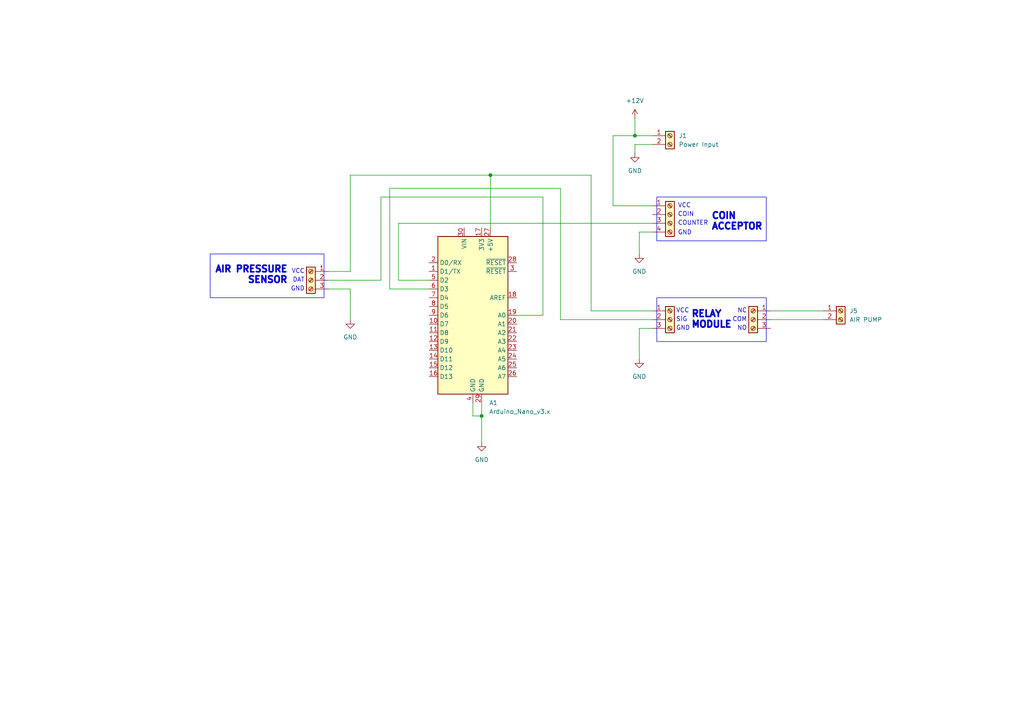
<source format=kicad_sch>
(kicad_sch (version 20250114) (generator "eeschema") (generator_version "9.0")
  (paper "A4")
  (lib_symbols
    (symbol "Connector:Screw_Terminal_01x02" (pin_names (offset 1.016) (hide yes))
      (property "Reference" "J" (at 0 2.54 0))
      (property "Value" "Screw_Terminal_01x02" (at 0 -5.08 0))
      (symbol "Screw_Terminal_01x02_1_1"
        (rectangle (start -1.27 1.27) (end 1.27 -3.81) (stroke (width 0.254)) (fill (type background)))
        (polyline (pts (xy -0.5334 0.3302) (xy 0.3302 -0.508)) (stroke (width 0.1524)))
        (polyline (pts (xy -0.5334 -2.2098) (xy 0.3302 -3.048)) (stroke (width 0.1524)))
        (polyline (pts (xy -0.3556 0.508) (xy 0.508 -0.3302)) (stroke (width 0.1524)))
        (polyline (pts (xy -0.3556 -2.032) (xy 0.508 -2.8702)) (stroke (width 0.1524)))
        (circle (center 0 0) (radius 0.635) (stroke (width 0.1524)))
        (circle (center 0 -2.54) (radius 0.635) (stroke (width 0.1524)))
        (pin passive line (at -5.08 0 0) (length 3.81) (name "Pin_1") (number "1"))
        (pin passive line (at -5.08 -2.54 0) (length 3.81) (name "Pin_2") (number "2"))
      )
    )
    (symbol "Connector:Screw_Terminal_01x03" (pin_names (offset 1.016) (hide yes))
      (property "Reference" "J" (at 0 5.08 0))
      (property "Value" "Screw_Terminal_01x03" (at 0 -5.08 0))
      (symbol "Screw_Terminal_01x03_1_1"
        (rectangle (start -1.27 3.81) (end 1.27 -3.81) (stroke (width 0.254)) (fill (type background)))
        (polyline (pts (xy -0.5334 2.8702) (xy 0.3302 2.032)) (stroke (width 0.1524)))
        (polyline (pts (xy -0.5334 0.3302) (xy 0.3302 -0.508)) (stroke (width 0.1524)))
        (polyline (pts (xy -0.5334 -2.2098) (xy 0.3302 -3.048)) (stroke (width 0.1524)))
        (polyline (pts (xy -0.3556 3.048) (xy 0.508 2.2098)) (stroke (width 0.1524)))
        (polyline (pts (xy -0.3556 0.508) (xy 0.508 -0.3302)) (stroke (width 0.1524)))
        (polyline (pts (xy -0.3556 -2.032) (xy 0.508 -2.8702)) (stroke (width 0.1524)))
        (circle (center 0 2.54) (radius 0.635) (stroke (width 0.1524)))
        (circle (center 0 0) (radius 0.635) (stroke (width 0.1524)))
        (circle (center 0 -2.54) (radius 0.635) (stroke (width 0.1524)))
        (pin passive line (at -5.08 2.54 0) (length 3.81) (name "Pin_1") (number "1"))
        (pin passive line (at -5.08 0 0) (length 3.81) (name "Pin_2") (number "2"))
        (pin passive line (at -5.08 -2.54 0) (length 3.81) (name "Pin_3") (number "3"))
      )
    )
    (symbol "Connector:Screw_Terminal_01x04" (pin_names (offset 1.016) (hide yes))
      (property "Reference" "J" (at 0 5.08 0))
      (property "Value" "Screw_Terminal_01x04" (at 0 -7.62 0))
      (symbol "Screw_Terminal_01x04_1_1"
        (rectangle (start -1.27 3.81) (end 1.27 -6.35) (stroke (width 0.254)) (fill (type background)))
        (polyline (pts (xy -0.5334 2.8702) (xy 0.3302 2.032)) (stroke (width 0.1524)))
        (polyline (pts (xy -0.5334 0.3302) (xy 0.3302 -0.508)) (stroke (width 0.1524)))
        (polyline (pts (xy -0.5334 -2.2098) (xy 0.3302 -3.048)) (stroke (width 0.1524)))
        (polyline (pts (xy -0.5334 -4.7498) (xy 0.3302 -5.588)) (stroke (width 0.1524)))
        (polyline (pts (xy -0.3556 3.048) (xy 0.508 2.2098)) (stroke (width 0.1524)))
        (polyline (pts (xy -0.3556 0.508) (xy 0.508 -0.3302)) (stroke (width 0.1524)))
        (polyline (pts (xy -0.3556 -2.032) (xy 0.508 -2.8702)) (stroke (width 0.1524)))
        (polyline (pts (xy -0.3556 -4.572) (xy 0.508 -5.4102)) (stroke (width 0.1524)))
        (circle (center 0 2.54) (radius 0.635) (stroke (width 0.1524)))
        (circle (center 0 0) (radius 0.635) (stroke (width 0.1524)))
        (circle (center 0 -2.54) (radius 0.635) (stroke (width 0.1524)))
        (circle (center 0 -5.08) (radius 0.635) (stroke (width 0.1524)))
        (pin passive line (at -5.08 2.54 0) (length 3.81) (name "Pin_1") (number "1"))
        (pin passive line (at -5.08 0 0) (length 3.81) (name "Pin_2") (number "2"))
        (pin passive line (at -5.08 -2.54 0) (length 3.81) (name "Pin_3") (number "3"))
        (pin passive line (at -5.08 -5.08 0) (length 3.81) (name "Pin_4") (number "4"))
      )
    )
    (symbol "MCU_Module:Arduino_Nano_v3.x"
      (property "Reference" "A" (at -10.16 23.495 0))
      (property "Value" "Arduino_Nano_v3.x" (at 5.08 -24.13 0))
      (symbol "Arduino_Nano_v3.x_0_1"
        (rectangle (start -10.16 22.86) (end 10.16 -22.86) (stroke (width 0.254)) (fill (type background)))
      )
      (symbol "Arduino_Nano_v3.x_1_1"
        (pin bidirectional line (at -12.7 15.24 0) (length 2.54) (name "D0/RX") (number "2"))
        (pin bidirectional line (at -12.7 12.7 0) (length 2.54) (name "D1/TX") (number "1"))
        (pin bidirectional line (at -12.7 10.16 0) (length 2.54) (name "D2") (number "5"))
        (pin bidirectional line (at -12.7 7.62 0) (length 2.54) (name "D3") (number "6"))
        (pin bidirectional line (at -12.7 5.08 0) (length 2.54) (name "D4") (number "7"))
        (pin bidirectional line (at -12.7 2.54 0) (length 2.54) (name "D5") (number "8"))
        (pin bidirectional line (at -12.7 0 0) (length 2.54) (name "D6") (number "9"))
        (pin bidirectional line (at -12.7 -2.54 0) (length 2.54) (name "D7") (number "10"))
        (pin bidirectional line (at -12.7 -5.08 0) (length 2.54) (name "D8") (number "11"))
        (pin bidirectional line (at -12.7 -7.62 0) (length 2.54) (name "D9") (number "12"))
        (pin bidirectional line (at -12.7 -10.16 0) (length 2.54) (name "D10") (number "13"))
        (pin bidirectional line (at -12.7 -12.7 0) (length 2.54) (name "D11") (number "14"))
        (pin bidirectional line (at -12.7 -15.24 0) (length 2.54) (name "D12") (number "15"))
        (pin bidirectional line (at -12.7 -17.78 0) (length 2.54) (name "D13") (number "16"))
        (pin power_in line (at -2.54 25.4 270) (length 2.54) (name "VIN") (number "30"))
        (pin power_in line (at 0 -25.4 90) (length 2.54) (name "GND") (number "4"))
        (pin power_out line (at 2.54 25.4 270) (length 2.54) (name "3V3") (number "17"))
        (pin power_in line (at 2.54 -25.4 90) (length 2.54) (name "GND") (number "29"))
        (pin power_out line (at 5.08 25.4 270) (length 2.54) (name "+5V") (number "27"))
        (pin input line (at 12.7 15.24 180) (length 2.54) (name "~{RESET}") (number "28"))
        (pin input line (at 12.7 12.7 180) (length 2.54) (name "~{RESET}") (number "3"))
        (pin input line (at 12.7 5.08 180) (length 2.54) (name "AREF") (number "18"))
        (pin bidirectional line (at 12.7 0 180) (length 2.54) (name "A0") (number "19"))
        (pin bidirectional line (at 12.7 -2.54 180) (length 2.54) (name "A1") (number "20"))
        (pin bidirectional line (at 12.7 -5.08 180) (length 2.54) (name "A2") (number "21"))
        (pin bidirectional line (at 12.7 -7.62 180) (length 2.54) (name "A3") (number "22"))
        (pin bidirectional line (at 12.7 -10.16 180) (length 2.54) (name "A4") (number "23"))
        (pin bidirectional line (at 12.7 -12.7 180) (length 2.54) (name "A5") (number "24"))
        (pin bidirectional line (at 12.7 -15.24 180) (length 2.54) (name "A6") (number "25"))
        (pin bidirectional line (at 12.7 -17.78 180) (length 2.54) (name "A7") (number "26"))
      )
    )
    (symbol "power:+12V" (power) (pin_numbers (hide yes)) (pin_names (offset 0) (hide yes))
      (property "Value" "+12V" (at 0 3.556 0))
      (symbol "+12V_0_1"
        (polyline (pts (xy -0.762 1.27) (xy 0 2.54)))
        (polyline (pts (xy 0 2.54) (xy 0.762 1.27)))
        (polyline (pts (xy 0 0) (xy 0 2.54)))
      )
      (symbol "+12V_1_1"
        (pin power_in line (at 0 0 90) (length 0) (name "~") (number "1"))
      )
    )
    (symbol "power:GND" (power) (pin_numbers (hide yes)) (pin_names (offset 0) (hide yes))
      (property "Value" "GND" (at 0 -3.81 0))
      (symbol "GND_0_1"
        (polyline (pts (xy 0 0) (xy 0 -1.27) (xy 1.27 -1.27) (xy 0 -2.54) (xy -1.27 -1.27) (xy 0 -1.27)))
      )
      (symbol "GND_1_1"
        (pin power_in line (at 0 0 270) (length 0) (name "~") (number "1"))
      )
    )
  )
  (rectangle (start 190.5 86.36) (end 222.25 99.06))
  (rectangle (start 190.5 57.15) (end 222.25 69.85))
  (rectangle (start 60.96 73.66) (end 93.98 86.36))
  (text "COUNTER" (at 196.596 64.77 0) (effects (font (size 1.27 1.27)) (justify left)))
  (text "GND" (at 88.392 83.82 0) (effects (font (size 1.27 1.27)) (justify right)))
  (text "NC" (at 216.662 90.17 0) (effects (font (size 1.27 1.27)) (justify right)))
  (text "VCC" (at 196.088 90.17 0) (effects (font (size 1.27 1.27)) (justify left)))
  (text "COM" (at 216.662 92.71 0) (effects (font (size 1.27 1.27)) (justify right)))
  (text "VCC" (at 196.596 59.69 0) (effects (font (size 1.27 1.27)) (justify left)))
  (text "NO" (at 216.662 95.25 0) (effects (font (size 1.27 1.27)) (justify right)))
  (text "DAT" (at 88.392 81.28 0) (effects (font (size 1.27 1.27)) (justify right)))
  (text "GND" (at 196.088 95.25 0) (effects (font (size 1.27 1.27)) (justify left)))
  (text "RELAY\nMODULE" (at 200.406 92.71 0) (effects (font (size 1.905 1.905) (thickness 0.508) (bold yes)) (justify left)))
  (text "AIR PRESSURE\nSENSOR" (at 83.566 79.756 0) (effects (font (size 1.905 1.905) (thickness 0.508) (bold yes)) (justify right)))
  (text "COIN" (at 196.596 62.23 0) (effects (font (size 1.27 1.27)) (justify left)))
  (text "SIG" (at 196.088 92.71 0) (effects (font (size 1.27 1.27)) (justify left)))
  (text "GND" (at 196.596 67.564 0) (effects (font (size 1.27 1.27)) (justify left)))
  (text "COIN\nACCEPTOR" (at 206.248 64.262 0) (effects (font (size 1.905 1.905) (thickness 0.508) (bold yes)) (justify left)))
  (text "VCC" (at 88.392 78.74 0) (effects (font (size 1.27 1.27)) (justify right)))
  (junction (at 142.24 50.8))
  (junction (at 139.7 120.65))
  (junction (at 184.15 39.37))
  (wire (pts (xy 95.25 78.74) (xy 101.6 78.74)))
  (wire (pts (xy 137.16 116.84) (xy 137.16 120.65)))
  (wire (pts (xy 101.6 78.74) (xy 101.6 50.8)))
  (wire (pts (xy 223.52 92.71) (xy 238.76 92.71)))
  (wire (pts (xy 185.42 95.25) (xy 185.42 104.14)))
  (wire (pts (xy 184.15 41.91) (xy 184.15 44.45)))
  (wire (pts (xy 157.48 91.44) (xy 149.86 91.44)))
  (wire (pts (xy 139.7 116.84) (xy 139.7 120.65)))
  (wire (pts (xy 110.49 57.15) (xy 157.48 57.15)))
  (wire (pts (xy 189.23 39.37) (xy 184.15 39.37)))
  (wire (pts (xy 189.23 95.25) (xy 185.42 95.25)))
  (wire (pts (xy 95.25 83.82) (xy 101.6 83.82)))
  (wire (pts (xy 223.52 90.17) (xy 238.76 90.17)))
  (wire (pts (xy 189.23 92.71) (xy 162.56 92.71)))
  (wire (pts (xy 189.23 59.69) (xy 177.8 59.69)))
  (wire (pts (xy 157.48 57.15) (xy 157.48 91.44)))
  (wire (pts (xy 171.45 90.17) (xy 171.45 50.8)))
  (wire (pts (xy 115.57 81.28) (xy 124.46 81.28)))
  (wire (pts (xy 139.7 120.65) (xy 139.7 128.27)))
  (wire (pts (xy 101.6 50.8) (xy 142.24 50.8)))
  (wire (pts (xy 171.45 50.8) (xy 142.24 50.8)))
  (wire (pts (xy 113.03 83.82) (xy 124.46 83.82)))
  (wire (pts (xy 162.56 92.71) (xy 162.56 54.61)))
  (wire (pts (xy 162.56 54.61) (xy 113.03 54.61)))
  (wire (pts (xy 189.23 64.77) (xy 115.57 64.77)))
  (wire (pts (xy 189.23 67.31) (xy 185.42 67.31)))
  (wire (pts (xy 113.03 54.61) (xy 113.03 83.82)))
  (wire (pts (xy 137.16 120.65) (xy 139.7 120.65)))
  (wire (pts (xy 142.24 50.8) (xy 142.24 66.04)))
  (wire (pts (xy 177.8 39.37) (xy 184.15 39.37)))
  (wire (pts (xy 115.57 64.77) (xy 115.57 81.28)))
  (wire (pts (xy 184.15 39.37) (xy 184.15 34.29)))
  (wire (pts (xy 189.23 90.17) (xy 171.45 90.17)))
  (wire (pts (xy 185.42 67.31) (xy 185.42 73.66)))
  (wire (pts (xy 110.49 81.28) (xy 110.49 57.15)))
  (wire (pts (xy 177.8 59.69) (xy 177.8 39.37)))
  (wire (pts (xy 95.25 81.28) (xy 110.49 81.28)))
  (wire (pts (xy 189.23 41.91) (xy 184.15 41.91)))
  (wire (pts (xy 101.6 83.82) (xy 101.6 92.71)))
  (symbol (lib_id "Connector:Screw_Terminal_01x04") (at 194.31 62.23 0) (unit 1)
    (property "Reference" "J4" (effects (hide yes)))
    (property "Value" "Coin Acceptor" (effects (hide yes)))
    (property "Description" "Generic screw terminal, single row, 01x04, script generated (kicad-library-utils/schlib/autogen/connector/)" (effects (hide yes)))
  )
  (symbol (lib_id "power:GND") (at 184.15 44.45 0) (unit 1)
    (property "Reference" "#PWR03" (effects (hide yes)))
    (property "Value" "GND" (at 184.15 49.53 0))
    (property "Description" "Power symbol creates a global label with name \"GND\" , ground" (effects (hide yes)))
  )
  (symbol (lib_id "power:GND") (at 139.7 128.27 0) (unit 1)
    (property "Reference" "#PWR01" (effects (hide yes)))
    (property "Value" "GND" (at 139.7 133.35 0))
    (property "Description" "Power symbol creates a global label with name \"GND\" , ground" (effects (hide yes)))
  )
  (symbol (lib_id "power:GND") (at 185.42 73.66 0) (unit 1)
    (property "Reference" "#PWR06" (effects (hide yes)))
    (property "Value" "GND" (at 185.42 78.74 0))
    (property "Description" "Power symbol creates a global label with name \"GND\" , ground" (effects (hide yes)))
  )
  (symbol (lib_id "Connector:Screw_Terminal_01x02") (at 194.31 39.37 0) (unit 1)
    (property "Reference" "J1" (at 196.85 39.3699 0) (effects (justify left)))
    (property "Value" "Power Input" (at 196.85 41.9099 0) (effects (justify left)))
    (property "Description" "Generic screw terminal, single row, 01x02, script generated (kicad-library-utils/schlib/autogen/connector/)" (effects (hide yes)))
  )
  (symbol (lib_id "Connector:Screw_Terminal_01x03") (at 90.17 81.28 0) (mirror y) (unit 1)
    (property "Reference" "J6" (effects (hide yes)))
    (property "Value" "Screw_Terminal_01x03" (effects (hide yes)))
    (property "Description" "Generic screw terminal, single row, 01x03, script generated (kicad-library-utils/schlib/autogen/connector/)" (effects (hide yes)))
  )
  (symbol (lib_id "Connector:Screw_Terminal_01x02") (at 243.84 90.17 0) (unit 1)
    (property "Reference" "J5" (at 246.38 90.1699 0) (effects (justify left)))
    (property "Value" "AIR PUMP" (at 246.38 92.7099 0) (effects (justify left)))
    (property "Description" "Generic screw terminal, single row, 01x02, script generated (kicad-library-utils/schlib/autogen/connector/)" (effects (hide yes)))
  )
  (symbol (lib_id "power:GND") (at 185.42 104.14 0) (unit 1)
    (property "Reference" "#PWR05" (effects (hide yes)))
    (property "Value" "GND" (at 185.42 109.22 0))
    (property "Description" "Power symbol creates a global label with name \"GND\" , ground" (effects (hide yes)))
  )
  (symbol (lib_id "power:GND") (at 101.6 92.71 0) (unit 1)
    (property "Reference" "#PWR07" (effects (hide yes)))
    (property "Value" "GND" (at 101.6 97.79 0))
    (property "Description" "Power symbol creates a global label with name \"GND\" , ground" (effects (hide yes)))
  )
  (symbol (lib_id "MCU_Module:Arduino_Nano_v3.x") (at 137.16 91.44 0) (unit 1)
    (property "Reference" "A1" (at 141.8433 116.84 0) (effects (justify left)))
    (property "Value" "Arduino_Nano_v3.x" (at 141.8433 119.38 0) (effects (justify left)))
    (property "Footprint" "Module:Arduino_Nano" (effects (hide yes)))
    (property "Datasheet" "http://www.mouser.com/pdfdocs/Gravitech_Arduino_Nano3_0.pdf" (effects (hide yes)))
    (property "Description" "Arduino Nano v3.x" (effects (hide yes)))
  )
  (symbol (lib_id "power:+12V") (at 184.15 34.29 0) (unit 1)
    (property "Reference" "#PWR04" (effects (hide yes)))
    (property "Value" "+12V" (at 184.15 29.21 0))
    (property "Description" "Power symbol creates a global label with name \"+12V\"" (effects (hide yes)))
  )
  (symbol (lib_id "Connector:Screw_Terminal_01x03") (at 194.31 92.71 0) (unit 1)
    (property "Reference" "J2" (effects (hide yes)))
    (property "Value" "Screw_Terminal_01x03" (effects (hide yes)))
    (property "Description" "Generic screw terminal, single row, 01x03, script generated (kicad-library-utils/schlib/autogen/connector/)" (effects (hide yes)))
  )
  (symbol (lib_id "Connector:Screw_Terminal_01x03") (at 218.44 92.71 0) (mirror y) (unit 1)
    (property "Reference" "J3" (effects (hide yes)))
    (property "Value" "Screw_Terminal_01x03" (effects (hide yes)))
    (property "Description" "Generic screw terminal, single row, 01x03, script generated (kicad-library-utils/schlib/autogen/connector/)" (effects (hide yes)))
  )
)
</source>
